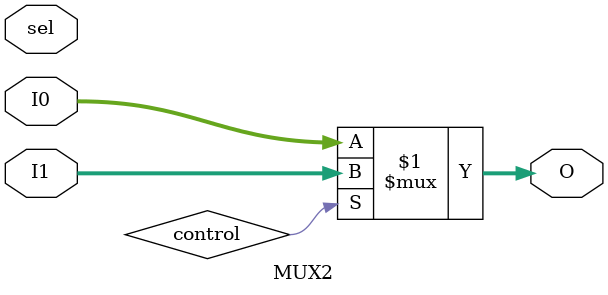
<source format=sv>

module MUX2 (
    input sel,
    input [31:0] I0,
    input [31:0] I1,
    output [31:0] O
);

assign O = control ? I1 : I0;

endmodule

</source>
